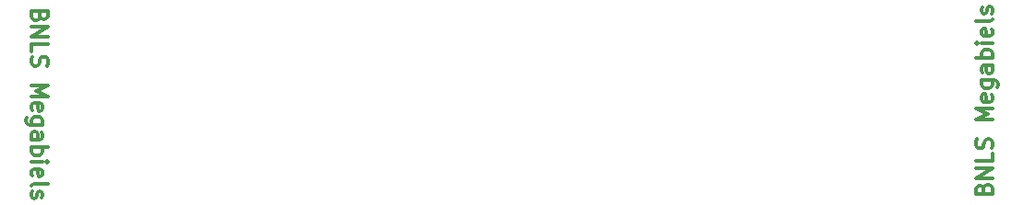
<source format=gbr>
%TF.GenerationSoftware,KiCad,Pcbnew,8.0.2*%
%TF.CreationDate,2024-11-24T23:12:59+01:00*%
%TF.ProjectId,megabiels,6d656761-6269-4656-9c73-2e6b69636164,rev?*%
%TF.SameCoordinates,Original*%
%TF.FileFunction,Legend,Top*%
%TF.FilePolarity,Positive*%
%FSLAX46Y46*%
G04 Gerber Fmt 4.6, Leading zero omitted, Abs format (unit mm)*
G04 Created by KiCad (PCBNEW 8.0.2) date 2024-11-24 23:12:59*
%MOMM*%
%LPD*%
G01*
G04 APERTURE LIST*
G04 Aperture macros list*
%AMRoundRect*
0 Rectangle with rounded corners*
0 $1 Rounding radius*
0 $2 $3 $4 $5 $6 $7 $8 $9 X,Y pos of 4 corners*
0 Add a 4 corners polygon primitive as box body*
4,1,4,$2,$3,$4,$5,$6,$7,$8,$9,$2,$3,0*
0 Add four circle primitives for the rounded corners*
1,1,$1+$1,$2,$3*
1,1,$1+$1,$4,$5*
1,1,$1+$1,$6,$7*
1,1,$1+$1,$8,$9*
0 Add four rect primitives between the rounded corners*
20,1,$1+$1,$2,$3,$4,$5,0*
20,1,$1+$1,$4,$5,$6,$7,0*
20,1,$1+$1,$6,$7,$8,$9,0*
20,1,$1+$1,$8,$9,$2,$3,0*%
G04 Aperture macros list end*
%ADD10C,0.300000*%
%ADD11RoundRect,0.750000X-0.750000X-1.750000X0.750000X-1.750000X0.750000X1.750000X-0.750000X1.750000X0*%
%ADD12C,6.400000*%
G04 APERTURE END LIST*
D10*
X158515114Y-96945489D02*
X158586542Y-96731203D01*
X158586542Y-96731203D02*
X158657971Y-96659774D01*
X158657971Y-96659774D02*
X158800828Y-96588346D01*
X158800828Y-96588346D02*
X159015114Y-96588346D01*
X159015114Y-96588346D02*
X159157971Y-96659774D01*
X159157971Y-96659774D02*
X159229400Y-96731203D01*
X159229400Y-96731203D02*
X159300828Y-96874060D01*
X159300828Y-96874060D02*
X159300828Y-97445489D01*
X159300828Y-97445489D02*
X157800828Y-97445489D01*
X157800828Y-97445489D02*
X157800828Y-96945489D01*
X157800828Y-96945489D02*
X157872257Y-96802632D01*
X157872257Y-96802632D02*
X157943685Y-96731203D01*
X157943685Y-96731203D02*
X158086542Y-96659774D01*
X158086542Y-96659774D02*
X158229400Y-96659774D01*
X158229400Y-96659774D02*
X158372257Y-96731203D01*
X158372257Y-96731203D02*
X158443685Y-96802632D01*
X158443685Y-96802632D02*
X158515114Y-96945489D01*
X158515114Y-96945489D02*
X158515114Y-97445489D01*
X159300828Y-95945489D02*
X157800828Y-95945489D01*
X157800828Y-95945489D02*
X159300828Y-95088346D01*
X159300828Y-95088346D02*
X157800828Y-95088346D01*
X159300828Y-93659774D02*
X159300828Y-94374060D01*
X159300828Y-94374060D02*
X157800828Y-94374060D01*
X159229400Y-93231202D02*
X159300828Y-93016917D01*
X159300828Y-93016917D02*
X159300828Y-92659774D01*
X159300828Y-92659774D02*
X159229400Y-92516917D01*
X159229400Y-92516917D02*
X159157971Y-92445488D01*
X159157971Y-92445488D02*
X159015114Y-92374059D01*
X159015114Y-92374059D02*
X158872257Y-92374059D01*
X158872257Y-92374059D02*
X158729400Y-92445488D01*
X158729400Y-92445488D02*
X158657971Y-92516917D01*
X158657971Y-92516917D02*
X158586542Y-92659774D01*
X158586542Y-92659774D02*
X158515114Y-92945488D01*
X158515114Y-92945488D02*
X158443685Y-93088345D01*
X158443685Y-93088345D02*
X158372257Y-93159774D01*
X158372257Y-93159774D02*
X158229400Y-93231202D01*
X158229400Y-93231202D02*
X158086542Y-93231202D01*
X158086542Y-93231202D02*
X157943685Y-93159774D01*
X157943685Y-93159774D02*
X157872257Y-93088345D01*
X157872257Y-93088345D02*
X157800828Y-92945488D01*
X157800828Y-92945488D02*
X157800828Y-92588345D01*
X157800828Y-92588345D02*
X157872257Y-92374059D01*
X159300828Y-90588346D02*
X157800828Y-90588346D01*
X157800828Y-90588346D02*
X158872257Y-90088346D01*
X158872257Y-90088346D02*
X157800828Y-89588346D01*
X157800828Y-89588346D02*
X159300828Y-89588346D01*
X159229400Y-88302631D02*
X159300828Y-88445488D01*
X159300828Y-88445488D02*
X159300828Y-88731203D01*
X159300828Y-88731203D02*
X159229400Y-88874060D01*
X159229400Y-88874060D02*
X159086542Y-88945488D01*
X159086542Y-88945488D02*
X158515114Y-88945488D01*
X158515114Y-88945488D02*
X158372257Y-88874060D01*
X158372257Y-88874060D02*
X158300828Y-88731203D01*
X158300828Y-88731203D02*
X158300828Y-88445488D01*
X158300828Y-88445488D02*
X158372257Y-88302631D01*
X158372257Y-88302631D02*
X158515114Y-88231203D01*
X158515114Y-88231203D02*
X158657971Y-88231203D01*
X158657971Y-88231203D02*
X158800828Y-88945488D01*
X158300828Y-86945489D02*
X159515114Y-86945489D01*
X159515114Y-86945489D02*
X159657971Y-87016917D01*
X159657971Y-87016917D02*
X159729400Y-87088346D01*
X159729400Y-87088346D02*
X159800828Y-87231203D01*
X159800828Y-87231203D02*
X159800828Y-87445489D01*
X159800828Y-87445489D02*
X159729400Y-87588346D01*
X159229400Y-86945489D02*
X159300828Y-87088346D01*
X159300828Y-87088346D02*
X159300828Y-87374060D01*
X159300828Y-87374060D02*
X159229400Y-87516917D01*
X159229400Y-87516917D02*
X159157971Y-87588346D01*
X159157971Y-87588346D02*
X159015114Y-87659774D01*
X159015114Y-87659774D02*
X158586542Y-87659774D01*
X158586542Y-87659774D02*
X158443685Y-87588346D01*
X158443685Y-87588346D02*
X158372257Y-87516917D01*
X158372257Y-87516917D02*
X158300828Y-87374060D01*
X158300828Y-87374060D02*
X158300828Y-87088346D01*
X158300828Y-87088346D02*
X158372257Y-86945489D01*
X159300828Y-85588346D02*
X158515114Y-85588346D01*
X158515114Y-85588346D02*
X158372257Y-85659774D01*
X158372257Y-85659774D02*
X158300828Y-85802631D01*
X158300828Y-85802631D02*
X158300828Y-86088346D01*
X158300828Y-86088346D02*
X158372257Y-86231203D01*
X159229400Y-85588346D02*
X159300828Y-85731203D01*
X159300828Y-85731203D02*
X159300828Y-86088346D01*
X159300828Y-86088346D02*
X159229400Y-86231203D01*
X159229400Y-86231203D02*
X159086542Y-86302631D01*
X159086542Y-86302631D02*
X158943685Y-86302631D01*
X158943685Y-86302631D02*
X158800828Y-86231203D01*
X158800828Y-86231203D02*
X158729400Y-86088346D01*
X158729400Y-86088346D02*
X158729400Y-85731203D01*
X158729400Y-85731203D02*
X158657971Y-85588346D01*
X159300828Y-84874060D02*
X157800828Y-84874060D01*
X158372257Y-84874060D02*
X158300828Y-84731203D01*
X158300828Y-84731203D02*
X158300828Y-84445488D01*
X158300828Y-84445488D02*
X158372257Y-84302631D01*
X158372257Y-84302631D02*
X158443685Y-84231203D01*
X158443685Y-84231203D02*
X158586542Y-84159774D01*
X158586542Y-84159774D02*
X159015114Y-84159774D01*
X159015114Y-84159774D02*
X159157971Y-84231203D01*
X159157971Y-84231203D02*
X159229400Y-84302631D01*
X159229400Y-84302631D02*
X159300828Y-84445488D01*
X159300828Y-84445488D02*
X159300828Y-84731203D01*
X159300828Y-84731203D02*
X159229400Y-84874060D01*
X159300828Y-83516917D02*
X158300828Y-83516917D01*
X157800828Y-83516917D02*
X157872257Y-83588345D01*
X157872257Y-83588345D02*
X157943685Y-83516917D01*
X157943685Y-83516917D02*
X157872257Y-83445488D01*
X157872257Y-83445488D02*
X157800828Y-83516917D01*
X157800828Y-83516917D02*
X157943685Y-83516917D01*
X159229400Y-82231202D02*
X159300828Y-82374059D01*
X159300828Y-82374059D02*
X159300828Y-82659774D01*
X159300828Y-82659774D02*
X159229400Y-82802631D01*
X159229400Y-82802631D02*
X159086542Y-82874059D01*
X159086542Y-82874059D02*
X158515114Y-82874059D01*
X158515114Y-82874059D02*
X158372257Y-82802631D01*
X158372257Y-82802631D02*
X158300828Y-82659774D01*
X158300828Y-82659774D02*
X158300828Y-82374059D01*
X158300828Y-82374059D02*
X158372257Y-82231202D01*
X158372257Y-82231202D02*
X158515114Y-82159774D01*
X158515114Y-82159774D02*
X158657971Y-82159774D01*
X158657971Y-82159774D02*
X158800828Y-82874059D01*
X159300828Y-81302631D02*
X159229400Y-81445488D01*
X159229400Y-81445488D02*
X159086542Y-81516917D01*
X159086542Y-81516917D02*
X157800828Y-81516917D01*
X159229400Y-80802631D02*
X159300828Y-80659774D01*
X159300828Y-80659774D02*
X159300828Y-80374060D01*
X159300828Y-80374060D02*
X159229400Y-80231203D01*
X159229400Y-80231203D02*
X159086542Y-80159774D01*
X159086542Y-80159774D02*
X159015114Y-80159774D01*
X159015114Y-80159774D02*
X158872257Y-80231203D01*
X158872257Y-80231203D02*
X158800828Y-80374060D01*
X158800828Y-80374060D02*
X158800828Y-80588346D01*
X158800828Y-80588346D02*
X158729400Y-80731203D01*
X158729400Y-80731203D02*
X158586542Y-80802631D01*
X158586542Y-80802631D02*
X158515114Y-80802631D01*
X158515114Y-80802631D02*
X158372257Y-80731203D01*
X158372257Y-80731203D02*
X158300828Y-80588346D01*
X158300828Y-80588346D02*
X158300828Y-80374060D01*
X158300828Y-80374060D02*
X158372257Y-80231203D01*
X71984885Y-81054510D02*
X71913457Y-81268796D01*
X71913457Y-81268796D02*
X71842028Y-81340225D01*
X71842028Y-81340225D02*
X71699171Y-81411653D01*
X71699171Y-81411653D02*
X71484885Y-81411653D01*
X71484885Y-81411653D02*
X71342028Y-81340225D01*
X71342028Y-81340225D02*
X71270600Y-81268796D01*
X71270600Y-81268796D02*
X71199171Y-81125939D01*
X71199171Y-81125939D02*
X71199171Y-80554510D01*
X71199171Y-80554510D02*
X72699171Y-80554510D01*
X72699171Y-80554510D02*
X72699171Y-81054510D01*
X72699171Y-81054510D02*
X72627742Y-81197368D01*
X72627742Y-81197368D02*
X72556314Y-81268796D01*
X72556314Y-81268796D02*
X72413457Y-81340225D01*
X72413457Y-81340225D02*
X72270600Y-81340225D01*
X72270600Y-81340225D02*
X72127742Y-81268796D01*
X72127742Y-81268796D02*
X72056314Y-81197368D01*
X72056314Y-81197368D02*
X71984885Y-81054510D01*
X71984885Y-81054510D02*
X71984885Y-80554510D01*
X71199171Y-82054510D02*
X72699171Y-82054510D01*
X72699171Y-82054510D02*
X71199171Y-82911653D01*
X71199171Y-82911653D02*
X72699171Y-82911653D01*
X71199171Y-84340225D02*
X71199171Y-83625939D01*
X71199171Y-83625939D02*
X72699171Y-83625939D01*
X71270600Y-84768797D02*
X71199171Y-84983083D01*
X71199171Y-84983083D02*
X71199171Y-85340225D01*
X71199171Y-85340225D02*
X71270600Y-85483083D01*
X71270600Y-85483083D02*
X71342028Y-85554511D01*
X71342028Y-85554511D02*
X71484885Y-85625940D01*
X71484885Y-85625940D02*
X71627742Y-85625940D01*
X71627742Y-85625940D02*
X71770600Y-85554511D01*
X71770600Y-85554511D02*
X71842028Y-85483083D01*
X71842028Y-85483083D02*
X71913457Y-85340225D01*
X71913457Y-85340225D02*
X71984885Y-85054511D01*
X71984885Y-85054511D02*
X72056314Y-84911654D01*
X72056314Y-84911654D02*
X72127742Y-84840225D01*
X72127742Y-84840225D02*
X72270600Y-84768797D01*
X72270600Y-84768797D02*
X72413457Y-84768797D01*
X72413457Y-84768797D02*
X72556314Y-84840225D01*
X72556314Y-84840225D02*
X72627742Y-84911654D01*
X72627742Y-84911654D02*
X72699171Y-85054511D01*
X72699171Y-85054511D02*
X72699171Y-85411654D01*
X72699171Y-85411654D02*
X72627742Y-85625940D01*
X71199171Y-87411653D02*
X72699171Y-87411653D01*
X72699171Y-87411653D02*
X71627742Y-87911653D01*
X71627742Y-87911653D02*
X72699171Y-88411653D01*
X72699171Y-88411653D02*
X71199171Y-88411653D01*
X71270600Y-89697368D02*
X71199171Y-89554511D01*
X71199171Y-89554511D02*
X71199171Y-89268797D01*
X71199171Y-89268797D02*
X71270600Y-89125939D01*
X71270600Y-89125939D02*
X71413457Y-89054511D01*
X71413457Y-89054511D02*
X71984885Y-89054511D01*
X71984885Y-89054511D02*
X72127742Y-89125939D01*
X72127742Y-89125939D02*
X72199171Y-89268797D01*
X72199171Y-89268797D02*
X72199171Y-89554511D01*
X72199171Y-89554511D02*
X72127742Y-89697368D01*
X72127742Y-89697368D02*
X71984885Y-89768797D01*
X71984885Y-89768797D02*
X71842028Y-89768797D01*
X71842028Y-89768797D02*
X71699171Y-89054511D01*
X72199171Y-91054511D02*
X70984885Y-91054511D01*
X70984885Y-91054511D02*
X70842028Y-90983082D01*
X70842028Y-90983082D02*
X70770600Y-90911653D01*
X70770600Y-90911653D02*
X70699171Y-90768796D01*
X70699171Y-90768796D02*
X70699171Y-90554511D01*
X70699171Y-90554511D02*
X70770600Y-90411653D01*
X71270600Y-91054511D02*
X71199171Y-90911653D01*
X71199171Y-90911653D02*
X71199171Y-90625939D01*
X71199171Y-90625939D02*
X71270600Y-90483082D01*
X71270600Y-90483082D02*
X71342028Y-90411653D01*
X71342028Y-90411653D02*
X71484885Y-90340225D01*
X71484885Y-90340225D02*
X71913457Y-90340225D01*
X71913457Y-90340225D02*
X72056314Y-90411653D01*
X72056314Y-90411653D02*
X72127742Y-90483082D01*
X72127742Y-90483082D02*
X72199171Y-90625939D01*
X72199171Y-90625939D02*
X72199171Y-90911653D01*
X72199171Y-90911653D02*
X72127742Y-91054511D01*
X71199171Y-92411654D02*
X71984885Y-92411654D01*
X71984885Y-92411654D02*
X72127742Y-92340225D01*
X72127742Y-92340225D02*
X72199171Y-92197368D01*
X72199171Y-92197368D02*
X72199171Y-91911654D01*
X72199171Y-91911654D02*
X72127742Y-91768796D01*
X71270600Y-92411654D02*
X71199171Y-92268796D01*
X71199171Y-92268796D02*
X71199171Y-91911654D01*
X71199171Y-91911654D02*
X71270600Y-91768796D01*
X71270600Y-91768796D02*
X71413457Y-91697368D01*
X71413457Y-91697368D02*
X71556314Y-91697368D01*
X71556314Y-91697368D02*
X71699171Y-91768796D01*
X71699171Y-91768796D02*
X71770600Y-91911654D01*
X71770600Y-91911654D02*
X71770600Y-92268796D01*
X71770600Y-92268796D02*
X71842028Y-92411654D01*
X71199171Y-93125939D02*
X72699171Y-93125939D01*
X72127742Y-93125939D02*
X72199171Y-93268797D01*
X72199171Y-93268797D02*
X72199171Y-93554511D01*
X72199171Y-93554511D02*
X72127742Y-93697368D01*
X72127742Y-93697368D02*
X72056314Y-93768797D01*
X72056314Y-93768797D02*
X71913457Y-93840225D01*
X71913457Y-93840225D02*
X71484885Y-93840225D01*
X71484885Y-93840225D02*
X71342028Y-93768797D01*
X71342028Y-93768797D02*
X71270600Y-93697368D01*
X71270600Y-93697368D02*
X71199171Y-93554511D01*
X71199171Y-93554511D02*
X71199171Y-93268797D01*
X71199171Y-93268797D02*
X71270600Y-93125939D01*
X71199171Y-94483082D02*
X72199171Y-94483082D01*
X72699171Y-94483082D02*
X72627742Y-94411654D01*
X72627742Y-94411654D02*
X72556314Y-94483082D01*
X72556314Y-94483082D02*
X72627742Y-94554511D01*
X72627742Y-94554511D02*
X72699171Y-94483082D01*
X72699171Y-94483082D02*
X72556314Y-94483082D01*
X71270600Y-95768797D02*
X71199171Y-95625940D01*
X71199171Y-95625940D02*
X71199171Y-95340226D01*
X71199171Y-95340226D02*
X71270600Y-95197368D01*
X71270600Y-95197368D02*
X71413457Y-95125940D01*
X71413457Y-95125940D02*
X71984885Y-95125940D01*
X71984885Y-95125940D02*
X72127742Y-95197368D01*
X72127742Y-95197368D02*
X72199171Y-95340226D01*
X72199171Y-95340226D02*
X72199171Y-95625940D01*
X72199171Y-95625940D02*
X72127742Y-95768797D01*
X72127742Y-95768797D02*
X71984885Y-95840226D01*
X71984885Y-95840226D02*
X71842028Y-95840226D01*
X71842028Y-95840226D02*
X71699171Y-95125940D01*
X71199171Y-96697368D02*
X71270600Y-96554511D01*
X71270600Y-96554511D02*
X71413457Y-96483082D01*
X71413457Y-96483082D02*
X72699171Y-96483082D01*
X71270600Y-97197368D02*
X71199171Y-97340225D01*
X71199171Y-97340225D02*
X71199171Y-97625939D01*
X71199171Y-97625939D02*
X71270600Y-97768796D01*
X71270600Y-97768796D02*
X71413457Y-97840225D01*
X71413457Y-97840225D02*
X71484885Y-97840225D01*
X71484885Y-97840225D02*
X71627742Y-97768796D01*
X71627742Y-97768796D02*
X71699171Y-97625939D01*
X71699171Y-97625939D02*
X71699171Y-97411654D01*
X71699171Y-97411654D02*
X71770600Y-97268796D01*
X71770600Y-97268796D02*
X71913457Y-97197368D01*
X71913457Y-97197368D02*
X71984885Y-97197368D01*
X71984885Y-97197368D02*
X72127742Y-97268796D01*
X72127742Y-97268796D02*
X72199171Y-97411654D01*
X72199171Y-97411654D02*
X72199171Y-97625939D01*
X72199171Y-97625939D02*
X72127742Y-97768796D01*
%LPC*%
D11*
%TO.C,J101*%
X158000000Y-104000000D03*
%TD*%
D12*
%TO.C,REF\u002A\u002A*%
X55000000Y-93000000D03*
%TD*%
D11*
%TO.C,J101*%
X100000000Y-104000000D03*
%TD*%
D12*
%TO.C,REF\u002A\u002A*%
X115000000Y-93000000D03*
%TD*%
D11*
%TO.C,J102*%
X130000000Y-104000000D03*
%TD*%
%TO.C,J102*%
X72000000Y-104000000D03*
%TD*%
D12*
%TO.C,REF\u002A\u002A*%
X175000000Y-93000000D03*
%TD*%
G36*
X78943039Y-78019685D02*
G01*
X78988794Y-78072489D01*
X79000000Y-78124000D01*
X79000000Y-107876000D01*
X78980315Y-107943039D01*
X78927511Y-107988794D01*
X78876000Y-108000000D01*
X76624000Y-108000000D01*
X76556961Y-107980315D01*
X76511206Y-107927511D01*
X76500000Y-107876000D01*
X76500000Y-78124000D01*
X76519685Y-78056961D01*
X76572489Y-78011206D01*
X76624000Y-78000000D01*
X78876000Y-78000000D01*
X78943039Y-78019685D01*
G37*
G36*
X153443039Y-78019685D02*
G01*
X153488794Y-78072489D01*
X153500000Y-78124000D01*
X153500000Y-107876000D01*
X153480315Y-107943039D01*
X153427511Y-107988794D01*
X153376000Y-108000000D01*
X151124000Y-108000000D01*
X151056961Y-107980315D01*
X151011206Y-107927511D01*
X151000000Y-107876000D01*
X151000000Y-78124000D01*
X151019685Y-78056961D01*
X151072489Y-78011206D01*
X151124000Y-78000000D01*
X153376000Y-78000000D01*
X153443039Y-78019685D01*
G37*
G36*
X136943039Y-78019685D02*
G01*
X136988794Y-78072489D01*
X137000000Y-78124000D01*
X137000000Y-107876000D01*
X136980315Y-107943039D01*
X136927511Y-107988794D01*
X136876000Y-108000000D01*
X134624000Y-108000000D01*
X134556961Y-107980315D01*
X134511206Y-107927511D01*
X134500000Y-107876000D01*
X134500000Y-78124000D01*
X134519685Y-78056961D01*
X134572489Y-78011206D01*
X134624000Y-78000000D01*
X136876000Y-78000000D01*
X136943039Y-78019685D01*
G37*
G36*
X95443039Y-78019685D02*
G01*
X95488794Y-78072489D01*
X95500000Y-78124000D01*
X95500000Y-107876000D01*
X95480315Y-107943039D01*
X95427511Y-107988794D01*
X95376000Y-108000000D01*
X93124000Y-108000000D01*
X93056961Y-107980315D01*
X93011206Y-107927511D01*
X93000000Y-107876000D01*
X93000000Y-78124000D01*
X93019685Y-78056961D01*
X93072489Y-78011206D01*
X93124000Y-78000000D01*
X95376000Y-78000000D01*
X95443039Y-78019685D01*
G37*
%LPD*%
M02*

</source>
